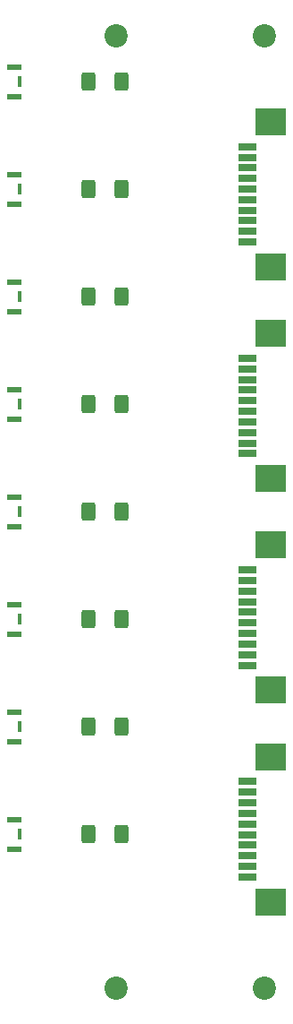
<source format=gbr>
%TF.GenerationSoftware,KiCad,Pcbnew,8.0.3-8.0.3-0~ubuntu22.04.1*%
%TF.CreationDate,2024-10-28T10:58:27+03:00*%
%TF.ProjectId,PM-LED8,504d2d4c-4544-4382-9e6b-696361645f70,rev?*%
%TF.SameCoordinates,Original*%
%TF.FileFunction,Soldermask,Top*%
%TF.FilePolarity,Negative*%
%FSLAX46Y46*%
G04 Gerber Fmt 4.6, Leading zero omitted, Abs format (unit mm)*
G04 Created by KiCad (PCBNEW 8.0.3-8.0.3-0~ubuntu22.04.1) date 2024-10-28 10:58:27*
%MOMM*%
%LPD*%
G01*
G04 APERTURE LIST*
G04 Aperture macros list*
%AMRoundRect*
0 Rectangle with rounded corners*
0 $1 Rounding radius*
0 $2 $3 $4 $5 $6 $7 $8 $9 X,Y pos of 4 corners*
0 Add a 4 corners polygon primitive as box body*
4,1,4,$2,$3,$4,$5,$6,$7,$8,$9,$2,$3,0*
0 Add four circle primitives for the rounded corners*
1,1,$1+$1,$2,$3*
1,1,$1+$1,$4,$5*
1,1,$1+$1,$6,$7*
1,1,$1+$1,$8,$9*
0 Add four rect primitives between the rounded corners*
20,1,$1+$1,$2,$3,$4,$5,0*
20,1,$1+$1,$4,$5,$6,$7,0*
20,1,$1+$1,$6,$7,$8,$9,0*
20,1,$1+$1,$8,$9,$2,$3,0*%
G04 Aperture macros list end*
%ADD10R,1.803400X0.635000*%
%ADD11R,2.997200X2.590800*%
%ADD12R,1.410000X0.630000*%
%ADD13R,0.430000X1.070000*%
%ADD14RoundRect,0.250000X-0.400000X-0.625000X0.400000X-0.625000X0.400000X0.625000X-0.400000X0.625000X0*%
%ADD15C,2.200000*%
G04 APERTURE END LIST*
D10*
%TO.C,J3*%
X8444000Y-14499991D03*
X8444000Y-13499993D03*
X8444000Y-12499995D03*
X8444000Y-11499997D03*
X8444000Y-10499999D03*
X8444000Y-9500001D03*
X8444000Y-8500003D03*
X8444000Y-7500005D03*
X8444000Y-6500007D03*
X8444000Y-5500009D03*
D11*
X10614001Y-16850002D03*
X10614001Y-3149998D03*
%TD*%
D12*
%TO.C,D2*%
X-13669000Y31900000D03*
X-13669000Y29060000D03*
D13*
X-13179000Y30480000D03*
%TD*%
D14*
%TO.C,R3*%
X-6630000Y20320000D03*
X-3530000Y20320000D03*
%TD*%
D12*
%TO.C,D1*%
X-13669000Y42060000D03*
X-13669000Y39220000D03*
D13*
X-13179000Y40640000D03*
%TD*%
D14*
%TO.C,R7*%
X-6630000Y-20320000D03*
X-3530000Y-20320000D03*
%TD*%
%TO.C,R5*%
X-6630000Y0D03*
X-3530000Y0D03*
%TD*%
%TO.C,R1*%
X-6630000Y40640000D03*
X-3530000Y40640000D03*
%TD*%
D12*
%TO.C,D8*%
X-13669000Y-29060000D03*
X-13669000Y-31900000D03*
D13*
X-13179000Y-30480000D03*
%TD*%
D14*
%TO.C,R8*%
X-6630000Y-30480000D03*
X-3530000Y-30480000D03*
%TD*%
D12*
%TO.C,D5*%
X-13669000Y1420000D03*
X-13669000Y-1420000D03*
D13*
X-13179000Y0D03*
%TD*%
D12*
%TO.C,D6*%
X-13669000Y-8740000D03*
X-13669000Y-11580000D03*
D13*
X-13179000Y-10160000D03*
%TD*%
D10*
%TO.C,J4*%
X8444000Y-34499991D03*
X8444000Y-33499993D03*
X8444000Y-32499995D03*
X8444000Y-31499997D03*
X8444000Y-30499999D03*
X8444000Y-29500001D03*
X8444000Y-28500003D03*
X8444000Y-27500005D03*
X8444000Y-26500007D03*
X8444000Y-25500009D03*
D11*
X10614001Y-36850002D03*
X10614001Y-23149998D03*
%TD*%
D15*
%TO.C,H1*%
X10000000Y45000000D03*
%TD*%
%TO.C,H4*%
X-4000000Y-45000000D03*
%TD*%
%TO.C,H2*%
X10000000Y-45000000D03*
%TD*%
D12*
%TO.C,D3*%
X-13669000Y21740000D03*
X-13669000Y18900000D03*
D13*
X-13179000Y20320000D03*
%TD*%
D12*
%TO.C,D7*%
X-13669000Y-18900000D03*
X-13669000Y-21740000D03*
D13*
X-13179000Y-20320000D03*
%TD*%
D10*
%TO.C,J1*%
X8444000Y25500009D03*
X8444000Y26500007D03*
X8444000Y27500005D03*
X8444000Y28500003D03*
X8444000Y29500001D03*
X8444000Y30499999D03*
X8444000Y31499997D03*
X8444000Y32499995D03*
X8444000Y33499993D03*
X8444000Y34499991D03*
D11*
X10614001Y23149998D03*
X10614001Y36850002D03*
%TD*%
D10*
%TO.C,J2*%
X8444000Y5500009D03*
X8444000Y6500007D03*
X8444000Y7500005D03*
X8444000Y8500003D03*
X8444000Y9500001D03*
X8444000Y10499999D03*
X8444000Y11499997D03*
X8444000Y12499995D03*
X8444000Y13499993D03*
X8444000Y14499991D03*
D11*
X10614001Y3149998D03*
X10614001Y16850002D03*
%TD*%
D12*
%TO.C,D4*%
X-13669000Y11580000D03*
X-13669000Y8740000D03*
D13*
X-13179000Y10160000D03*
%TD*%
D14*
%TO.C,R2*%
X-6630000Y30480000D03*
X-3530000Y30480000D03*
%TD*%
%TO.C,R6*%
X-6630000Y-10160000D03*
X-3530000Y-10160000D03*
%TD*%
D15*
%TO.C,H3*%
X-4000000Y45000000D03*
%TD*%
D14*
%TO.C,R4*%
X-6630000Y10160000D03*
X-3530000Y10160000D03*
%TD*%
M02*

</source>
